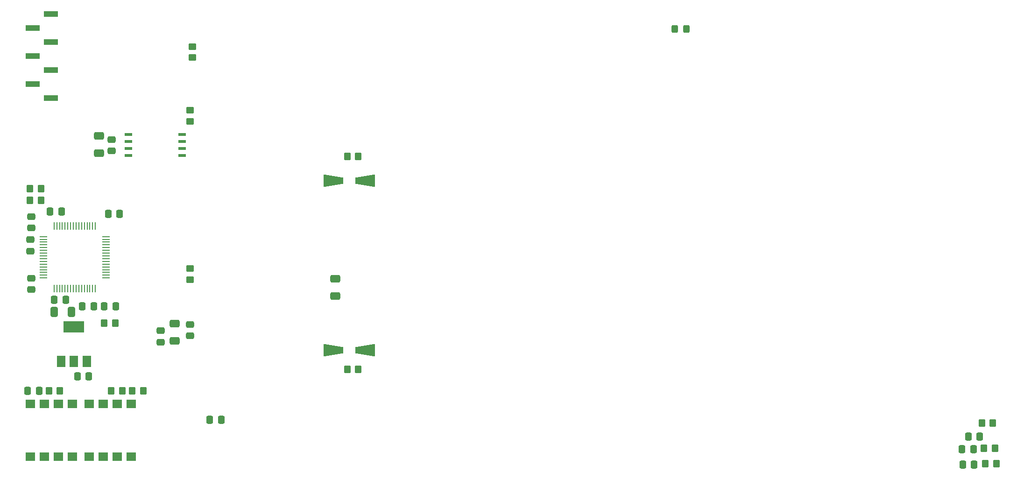
<source format=gbr>
%TF.GenerationSoftware,KiCad,Pcbnew,(6.0.8)*%
%TF.CreationDate,2024-04-13T01:58:17+05:30*%
%TF.ProjectId,Lu_Testing,4c755f54-6573-4746-996e-672e6b696361,rev?*%
%TF.SameCoordinates,Original*%
%TF.FileFunction,Paste,Top*%
%TF.FilePolarity,Positive*%
%FSLAX46Y46*%
G04 Gerber Fmt 4.6, Leading zero omitted, Abs format (unit mm)*
G04 Created by KiCad (PCBNEW (6.0.8)) date 2024-04-13 01:58:17*
%MOMM*%
%LPD*%
G01*
G04 APERTURE LIST*
G04 Aperture macros list*
%AMRoundRect*
0 Rectangle with rounded corners*
0 $1 Rounding radius*
0 $2 $3 $4 $5 $6 $7 $8 $9 X,Y pos of 4 corners*
0 Add a 4 corners polygon primitive as box body*
4,1,4,$2,$3,$4,$5,$6,$7,$8,$9,$2,$3,0*
0 Add four circle primitives for the rounded corners*
1,1,$1+$1,$2,$3*
1,1,$1+$1,$4,$5*
1,1,$1+$1,$6,$7*
1,1,$1+$1,$8,$9*
0 Add four rect primitives between the rounded corners*
20,1,$1+$1,$2,$3,$4,$5,0*
20,1,$1+$1,$4,$5,$6,$7,0*
20,1,$1+$1,$6,$7,$8,$9,0*
20,1,$1+$1,$8,$9,$2,$3,0*%
%AMOutline4P*
0 Free polygon, 4 corners , with rotation*
0 The origin of the aperture is its center*
0 number of corners: always 4*
0 $1 to $8 corner X, Y*
0 $9 Rotation angle, in degrees counterclockwise*
0 create outline with 4 corners*
4,1,4,$1,$2,$3,$4,$5,$6,$7,$8,$1,$2,$9*%
G04 Aperture macros list end*
%ADD10RoundRect,0.250000X-0.337500X-0.475000X0.337500X-0.475000X0.337500X0.475000X-0.337500X0.475000X0*%
%ADD11RoundRect,0.250000X0.650000X-0.412500X0.650000X0.412500X-0.650000X0.412500X-0.650000X-0.412500X0*%
%ADD12RoundRect,0.250000X-0.450000X0.350000X-0.450000X-0.350000X0.450000X-0.350000X0.450000X0.350000X0*%
%ADD13RoundRect,0.250000X-0.350000X-0.450000X0.350000X-0.450000X0.350000X0.450000X-0.350000X0.450000X0*%
%ADD14R,1.473200X0.558800*%
%ADD15RoundRect,0.250000X0.475000X-0.337500X0.475000X0.337500X-0.475000X0.337500X-0.475000X-0.337500X0*%
%ADD16R,1.780000X1.520000*%
%ADD17R,1.750000X1.520000*%
%ADD18RoundRect,0.250000X0.337500X0.475000X-0.337500X0.475000X-0.337500X-0.475000X0.337500X-0.475000X0*%
%ADD19Outline4P,-1.800000X-1.150000X1.800000X-0.550000X1.800000X0.550000X-1.800000X1.150000X0.000000*%
%ADD20Outline4P,-1.800000X-1.150000X1.800000X-0.550000X1.800000X0.550000X-1.800000X1.150000X180.000000*%
%ADD21RoundRect,0.250000X-0.475000X0.337500X-0.475000X-0.337500X0.475000X-0.337500X0.475000X0.337500X0*%
%ADD22R,1.470000X0.280000*%
%ADD23R,0.280000X1.470000*%
%ADD24RoundRect,0.250000X0.350000X0.450000X-0.350000X0.450000X-0.350000X-0.450000X0.350000X-0.450000X0*%
%ADD25RoundRect,0.250000X0.325000X0.450000X-0.325000X0.450000X-0.325000X-0.450000X0.325000X-0.450000X0*%
%ADD26R,1.500000X2.000000*%
%ADD27R,3.800000X2.000000*%
%ADD28R,2.510000X1.000000*%
%ADD29RoundRect,0.250000X-0.412500X-0.650000X0.412500X-0.650000X0.412500X0.650000X-0.412500X0.650000X0*%
G04 APERTURE END LIST*
D10*
%TO.C,C51*%
X82909500Y-74168000D03*
X84984500Y-74168000D03*
%TD*%
D11*
%TO.C,C6*%
X133858000Y-73444500D03*
X133858000Y-70319500D03*
%TD*%
D12*
%TO.C,R41*%
X107569000Y-39767000D03*
X107569000Y-41767000D03*
%TD*%
D13*
%TO.C,R43*%
X78518000Y-56134000D03*
X80518000Y-56134000D03*
%TD*%
D14*
%TO.C,U12*%
X106095800Y-48006000D03*
X106095800Y-46736000D03*
X106095800Y-45466000D03*
X106095800Y-44196000D03*
X96342200Y-44196000D03*
X96342200Y-45466000D03*
X96342200Y-46736000D03*
X96342200Y-48006000D03*
%TD*%
D15*
%TO.C,C48*%
X93345000Y-47138500D03*
X93345000Y-45063500D03*
%TD*%
D13*
%TO.C,R14*%
X251730000Y-103886000D03*
X253730000Y-103886000D03*
%TD*%
D12*
%TO.C,R36*%
X107569000Y-68469000D03*
X107569000Y-70469000D03*
%TD*%
D15*
%TO.C,C39*%
X78613000Y-65299500D03*
X78613000Y-63224500D03*
%TD*%
D10*
%TO.C,C28*%
X247501500Y-101219000D03*
X249576500Y-101219000D03*
%TD*%
D15*
%TO.C,C44*%
X78740000Y-61108500D03*
X78740000Y-59033500D03*
%TD*%
D11*
%TO.C,C2*%
X104775000Y-81572500D03*
X104775000Y-78447500D03*
%TD*%
D16*
%TO.C,U11*%
X78613000Y-102550000D03*
D17*
X81153000Y-102550000D03*
D16*
X83693000Y-102550000D03*
X86233000Y-102550000D03*
X86233000Y-93030000D03*
X83693000Y-93030000D03*
X81153000Y-93030000D03*
X78613000Y-93030000D03*
%TD*%
D10*
%TO.C,C12*%
X111103500Y-95885000D03*
X113178500Y-95885000D03*
%TD*%
D13*
%TO.C,R48*%
X93234000Y-90678000D03*
X95234000Y-90678000D03*
%TD*%
D18*
%TO.C,C38*%
X94763500Y-58547000D03*
X92688500Y-58547000D03*
%TD*%
D13*
%TO.C,R10*%
X136033000Y-86741000D03*
X138033000Y-86741000D03*
%TD*%
D19*
%TO.C,D8*%
X133498000Y-83312000D03*
D20*
X139298000Y-83312000D03*
%TD*%
D21*
%TO.C,C34*%
X78740000Y-70209500D03*
X78740000Y-72284500D03*
%TD*%
D15*
%TO.C,C56*%
X102235000Y-81809500D03*
X102235000Y-79734500D03*
%TD*%
D18*
%TO.C,C43*%
X80158500Y-90678000D03*
X78083500Y-90678000D03*
%TD*%
D22*
%TO.C,U9*%
X80950000Y-62671000D03*
X80950000Y-63171000D03*
X80950000Y-63671000D03*
X80950000Y-64171000D03*
X80950000Y-64671000D03*
X80950000Y-65171000D03*
X80950000Y-65671000D03*
X80950000Y-66171000D03*
X80950000Y-66671000D03*
X80950000Y-67171000D03*
X80950000Y-67671000D03*
X80950000Y-68171000D03*
X80950000Y-68671000D03*
X80950000Y-69171000D03*
X80950000Y-69671000D03*
X80950000Y-70171000D03*
D23*
X82870000Y-72091000D03*
X83370000Y-72091000D03*
X83870000Y-72091000D03*
X84370000Y-72091000D03*
X84870000Y-72091000D03*
X85370000Y-72091000D03*
X85870000Y-72091000D03*
X86370000Y-72091000D03*
X86870000Y-72091000D03*
X87370000Y-72091000D03*
X87870000Y-72091000D03*
X88370000Y-72091000D03*
X88870000Y-72091000D03*
X89370000Y-72091000D03*
X89870000Y-72091000D03*
X90370000Y-72091000D03*
D22*
X92290000Y-70171000D03*
X92290000Y-69671000D03*
X92290000Y-69171000D03*
X92290000Y-68671000D03*
X92290000Y-68171000D03*
X92290000Y-67671000D03*
X92290000Y-67171000D03*
X92290000Y-66671000D03*
X92290000Y-66171000D03*
X92290000Y-65671000D03*
X92290000Y-65171000D03*
X92290000Y-64671000D03*
X92290000Y-64171000D03*
X92290000Y-63671000D03*
X92290000Y-63171000D03*
X92290000Y-62671000D03*
D23*
X90370000Y-60751000D03*
X89870000Y-60751000D03*
X89370000Y-60751000D03*
X88870000Y-60751000D03*
X88370000Y-60751000D03*
X87870000Y-60751000D03*
X87370000Y-60751000D03*
X86870000Y-60751000D03*
X86370000Y-60751000D03*
X85870000Y-60751000D03*
X85370000Y-60751000D03*
X84870000Y-60751000D03*
X84370000Y-60751000D03*
X83870000Y-60751000D03*
X83370000Y-60751000D03*
X82870000Y-60751000D03*
%TD*%
D19*
%TO.C,D4*%
X133498000Y-52578000D03*
D20*
X139298000Y-52578000D03*
%TD*%
D10*
%TO.C,C27*%
X247628500Y-104013000D03*
X249703500Y-104013000D03*
%TD*%
D18*
%TO.C,C53*%
X89175500Y-88011000D03*
X87100500Y-88011000D03*
%TD*%
D24*
%TO.C,R46*%
X80502000Y-53975000D03*
X78502000Y-53975000D03*
%TD*%
D10*
%TO.C,C29*%
X248644500Y-98933000D03*
X250719500Y-98933000D03*
%TD*%
D25*
%TO.C,D1*%
X197494000Y-25019000D03*
X195444000Y-25019000D03*
%TD*%
D13*
%TO.C,R15*%
X251476000Y-101092000D03*
X253476000Y-101092000D03*
%TD*%
D18*
%TO.C,C35*%
X84222500Y-58166000D03*
X82147500Y-58166000D03*
%TD*%
D26*
%TO.C,U14*%
X84187000Y-85319000D03*
X86487000Y-85319000D03*
D27*
X86487000Y-79019000D03*
D26*
X88787000Y-85319000D03*
%TD*%
D24*
%TO.C,R50*%
X99044000Y-90678000D03*
X97044000Y-90678000D03*
%TD*%
D11*
%TO.C,C47*%
X91059000Y-47536500D03*
X91059000Y-44411500D03*
%TD*%
D12*
%TO.C,R38*%
X107950000Y-28210000D03*
X107950000Y-30210000D03*
%TD*%
D15*
%TO.C,C19*%
X107569000Y-80666500D03*
X107569000Y-78591500D03*
%TD*%
D13*
%TO.C,R44*%
X81931000Y-90678000D03*
X83931000Y-90678000D03*
%TD*%
D10*
%TO.C,C37*%
X91962500Y-75311000D03*
X94037500Y-75311000D03*
%TD*%
D16*
%TO.C,U13*%
X96901000Y-93030000D03*
D17*
X94361000Y-93030000D03*
D16*
X91821000Y-93030000D03*
X89281000Y-93030000D03*
X89281000Y-102550000D03*
X91821000Y-102550000D03*
X94361000Y-102550000D03*
X96901000Y-102550000D03*
%TD*%
D13*
%TO.C,R4*%
X136033000Y-48133000D03*
X138033000Y-48133000D03*
%TD*%
%TO.C,R16*%
X251095000Y-96520000D03*
X253095000Y-96520000D03*
%TD*%
D28*
%TO.C,J4*%
X82300000Y-22352000D03*
X78990000Y-24892000D03*
X82300000Y-27432000D03*
X78990000Y-29972000D03*
X82300000Y-32512000D03*
X78990000Y-35052000D03*
X82300000Y-37592000D03*
%TD*%
D29*
%TO.C,C52*%
X82892500Y-76327000D03*
X86017500Y-76327000D03*
%TD*%
D10*
%TO.C,C40*%
X87989500Y-75311000D03*
X90064500Y-75311000D03*
%TD*%
D13*
%TO.C,R39*%
X91964000Y-78359000D03*
X93964000Y-78359000D03*
%TD*%
M02*

</source>
